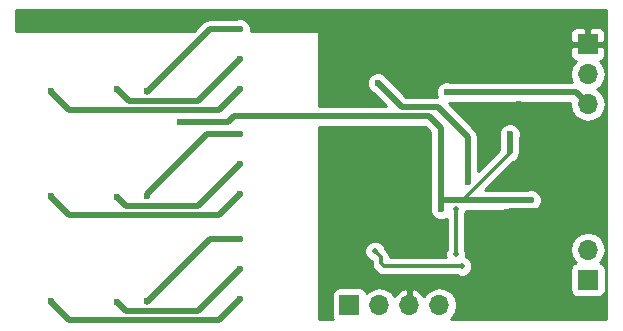
<source format=gbl>
G04 #@! TF.FileFunction,Copper,L2,Bot,Signal*
%FSLAX46Y46*%
G04 Gerber Fmt 4.6, Leading zero omitted, Abs format (unit mm)*
G04 Created by KiCad (PCBNEW 4.0.6) date 07/31/17 21:00:10*
%MOMM*%
%LPD*%
G01*
G04 APERTURE LIST*
%ADD10C,0.100000*%
%ADD11R,1.700000X1.700000*%
%ADD12O,1.700000X1.700000*%
%ADD13C,0.600000*%
%ADD14C,0.500000*%
%ADD15C,0.500000*%
%ADD16C,0.250000*%
%ADD17C,0.300000*%
%ADD18C,0.254000*%
G04 APERTURE END LIST*
D10*
D11*
X148717000Y-113538000D03*
D12*
X151257000Y-113538000D03*
X153797000Y-113538000D03*
X156337000Y-113538000D03*
D11*
X168910000Y-91440000D03*
D12*
X168910000Y-93980000D03*
X168910000Y-96520000D03*
D11*
X168910000Y-111379000D03*
D12*
X168910000Y-108839000D03*
D13*
X156972000Y-95504000D03*
X153569250Y-106325250D03*
X152281750Y-106325250D03*
X150994250Y-106325250D03*
X149706750Y-106325250D03*
X153569250Y-105037750D03*
X152281750Y-105037750D03*
X150994250Y-105037750D03*
X149706750Y-105037750D03*
X153569250Y-103750250D03*
X152281750Y-103750250D03*
X150994250Y-103750250D03*
X149706750Y-103750250D03*
X153569250Y-102462750D03*
X152281750Y-102462750D03*
X150994250Y-102462750D03*
X149706750Y-102462750D03*
X121666000Y-88900000D03*
X122682000Y-88900000D03*
X122682000Y-89916000D03*
X123698000Y-89916000D03*
X123698000Y-88900000D03*
X152400000Y-108966000D03*
X161798000Y-109474000D03*
X163068000Y-91694000D03*
X150876000Y-96520000D03*
X162052000Y-105664000D03*
X167640000Y-105410000D03*
X163068000Y-96520000D03*
X160020000Y-98552000D03*
X136906000Y-98044000D03*
X135636000Y-98044000D03*
X134366000Y-98044000D03*
X164084000Y-104648000D03*
X162306000Y-99060000D03*
X158242000Y-104648000D03*
X156464000Y-105410000D03*
X139446000Y-110490000D03*
X129032000Y-113284000D03*
X139446000Y-101600000D03*
X129032000Y-104394000D03*
X139446000Y-92710000D03*
X129032000Y-95250000D03*
X158750000Y-103144000D03*
X151130000Y-94742000D03*
D14*
X157734000Y-109220000D03*
X157734000Y-105410000D03*
D13*
X131572000Y-113157000D03*
X139446000Y-107950000D03*
X123444000Y-113157000D03*
X139446000Y-113030000D03*
X131572000Y-104267000D03*
X139446000Y-99060000D03*
X123444000Y-104267000D03*
X139446000Y-104140000D03*
X131572000Y-95377000D03*
X139446000Y-90170000D03*
X123444000Y-95377000D03*
X139446000Y-95250000D03*
D14*
X150876000Y-108966000D03*
X158242000Y-110236000D03*
D15*
X168910000Y-96520000D02*
X167894000Y-95504000D01*
X167894000Y-95504000D02*
X156972000Y-95504000D01*
D16*
X153569250Y-106325250D02*
X153543000Y-106299000D01*
X152273000Y-106299000D02*
X152273000Y-106316500D01*
X152273000Y-106316500D02*
X152281750Y-106325250D01*
X151003000Y-106299000D02*
X151003000Y-106316500D01*
X151003000Y-106316500D02*
X150994250Y-106325250D01*
X149706750Y-106325250D02*
X149733000Y-106299000D01*
X153543000Y-105029000D02*
X153560500Y-105029000D01*
X153560500Y-105029000D02*
X153569250Y-105037750D01*
X152281750Y-105037750D02*
X152273000Y-105029000D01*
X150994250Y-105037750D02*
X151003000Y-105029000D01*
X149733000Y-105029000D02*
X149715500Y-105029000D01*
X149715500Y-105029000D02*
X149706750Y-105037750D01*
X153543000Y-103759000D02*
X153560500Y-103759000D01*
X153560500Y-103759000D02*
X153569250Y-103750250D01*
X152281750Y-103750250D02*
X152273000Y-103759000D01*
X150994250Y-103750250D02*
X151003000Y-103759000D01*
X149733000Y-103759000D02*
X149715500Y-103759000D01*
X149715500Y-103759000D02*
X149706750Y-103750250D01*
X152273000Y-102489000D02*
X152273000Y-102471500D01*
X152273000Y-102471500D02*
X152281750Y-102462750D01*
X151003000Y-102489000D02*
X151003000Y-102471500D01*
X151003000Y-102471500D02*
X150994250Y-102462750D01*
X149706750Y-102462750D02*
X149733000Y-102489000D01*
D15*
X150114000Y-88900000D02*
X123698000Y-88900000D01*
X122682000Y-88900000D02*
X121666000Y-88900000D01*
X123698000Y-89916000D02*
X122682000Y-89916000D01*
X150114000Y-88900000D02*
X162814000Y-88900000D01*
X162814000Y-88900000D02*
X163068000Y-89154000D01*
X163068000Y-91694000D02*
X163068000Y-89154000D01*
X150876000Y-96520000D02*
X150114000Y-95758000D01*
X150114000Y-95758000D02*
X150114000Y-88900000D01*
D16*
X163068000Y-96520000D02*
X166116000Y-96520000D01*
X166878000Y-97282000D02*
X166878000Y-102616000D01*
X166116000Y-96520000D02*
X166878000Y-97282000D01*
X162306000Y-105410000D02*
X167640000Y-105410000D01*
X162052000Y-105664000D02*
X162306000Y-105410000D01*
X167640000Y-105410000D02*
X167640000Y-103378000D01*
X167640000Y-103378000D02*
X166878000Y-102616000D01*
X162052000Y-96520000D02*
X163068000Y-96520000D01*
X160020000Y-98552000D02*
X161798000Y-96774000D01*
X161798000Y-96774000D02*
X162052000Y-96520000D01*
D15*
X134366000Y-98044000D02*
X135636000Y-98044000D01*
X164084000Y-104648000D02*
X158242000Y-104648000D01*
X162306000Y-99060000D02*
X162306000Y-100584000D01*
D16*
X162306000Y-100584000D02*
X158242000Y-104648000D01*
D15*
X156464000Y-104648000D02*
X158242000Y-104648000D01*
X156464000Y-105410000D02*
X156464000Y-104648000D01*
X156464000Y-104648000D02*
X156464000Y-98552000D01*
X156464000Y-98552000D02*
X155448000Y-97536000D01*
X155448000Y-97536000D02*
X138938000Y-97536000D01*
X138938000Y-97536000D02*
X138430000Y-98044000D01*
X138430000Y-98044000D02*
X136906000Y-98044000D01*
X136906000Y-98044000D02*
X135128000Y-98044000D01*
X139446000Y-110490000D02*
X135890000Y-114046000D01*
X135890000Y-114046000D02*
X129794000Y-114046000D01*
X129794000Y-114046000D02*
X129032000Y-113284000D01*
X139446000Y-101600000D02*
X135890000Y-105156000D01*
X135890000Y-105156000D02*
X129794000Y-105156000D01*
X129794000Y-105156000D02*
X129032000Y-104394000D01*
X139446000Y-92710000D02*
X135890000Y-96266000D01*
X135890000Y-96266000D02*
X130048000Y-96266000D01*
X130048000Y-96266000D02*
X129032000Y-95250000D01*
X158750000Y-103124000D02*
X158750000Y-103144000D01*
X158750000Y-103124000D02*
X158750000Y-99314000D01*
X158750000Y-99314000D02*
X156210000Y-96774000D01*
X156210000Y-96774000D02*
X153162000Y-96774000D01*
X153162000Y-96774000D02*
X151130000Y-94742000D01*
D17*
X157734000Y-105410000D02*
X157734000Y-109220000D01*
D15*
X131572000Y-113284000D02*
X131572000Y-113157000D01*
X131572000Y-113284000D02*
X136906000Y-107950000D01*
X136906000Y-107950000D02*
X139446000Y-107950000D01*
X123444000Y-113284000D02*
X123444000Y-113157000D01*
X123444000Y-113284000D02*
X124968000Y-114808000D01*
X124968000Y-114808000D02*
X137668000Y-114808000D01*
X137668000Y-114808000D02*
X139446000Y-113030000D01*
X131572000Y-104140000D02*
X131572000Y-104267000D01*
X131572000Y-104140000D02*
X136652000Y-99060000D01*
X136652000Y-99060000D02*
X139446000Y-99060000D01*
X123444000Y-104394000D02*
X123444000Y-104267000D01*
X123444000Y-104394000D02*
X124968000Y-105918000D01*
X124968000Y-105918000D02*
X137668000Y-105918000D01*
X137668000Y-105918000D02*
X139446000Y-104140000D01*
X131572000Y-95504000D02*
X131572000Y-95377000D01*
X131572000Y-95504000D02*
X136906000Y-90170000D01*
X136906000Y-90170000D02*
X139446000Y-90170000D01*
X123444000Y-95504000D02*
X123444000Y-95377000D01*
X123444000Y-95504000D02*
X124968000Y-97028000D01*
X124968000Y-97028000D02*
X137668000Y-97028000D01*
X137668000Y-97028000D02*
X139446000Y-95250000D01*
D17*
X150876000Y-108966000D02*
X151384000Y-109474000D01*
X151384000Y-109474000D02*
X151384000Y-109982000D01*
X151384000Y-109982000D02*
X151638000Y-110236000D01*
X151638000Y-110236000D02*
X158242000Y-110236000D01*
D18*
G36*
X170486000Y-114681000D02*
X157291491Y-114681000D01*
X157387054Y-114617147D01*
X157708961Y-114135378D01*
X157822000Y-113567093D01*
X157822000Y-113508907D01*
X157708961Y-112940622D01*
X157387054Y-112458853D01*
X156905285Y-112136946D01*
X156337000Y-112023907D01*
X155768715Y-112136946D01*
X155286946Y-112458853D01*
X155059298Y-112799553D01*
X154992183Y-112656642D01*
X154563924Y-112266355D01*
X154153890Y-112096524D01*
X153924000Y-112217845D01*
X153924000Y-113411000D01*
X153944000Y-113411000D01*
X153944000Y-113665000D01*
X153924000Y-113665000D01*
X153924000Y-113685000D01*
X153670000Y-113685000D01*
X153670000Y-113665000D01*
X153650000Y-113665000D01*
X153650000Y-113411000D01*
X153670000Y-113411000D01*
X153670000Y-112217845D01*
X153440110Y-112096524D01*
X153030076Y-112266355D01*
X152601817Y-112656642D01*
X152534702Y-112799553D01*
X152307054Y-112458853D01*
X151825285Y-112136946D01*
X151257000Y-112023907D01*
X150688715Y-112136946D01*
X150206946Y-112458853D01*
X150179150Y-112500452D01*
X150170162Y-112452683D01*
X150031090Y-112236559D01*
X149818890Y-112091569D01*
X149567000Y-112040560D01*
X147867000Y-112040560D01*
X147631683Y-112084838D01*
X147415559Y-112223910D01*
X147270569Y-112436110D01*
X147219560Y-112688000D01*
X147219560Y-114388000D01*
X147263838Y-114623317D01*
X147300956Y-114681000D01*
X146177000Y-114681000D01*
X146177000Y-98421000D01*
X155081420Y-98421000D01*
X155579000Y-98918579D01*
X155579000Y-105103178D01*
X155529162Y-105223201D01*
X155528838Y-105595167D01*
X155670883Y-105938943D01*
X155933673Y-106202192D01*
X156277201Y-106344838D01*
X156649167Y-106345162D01*
X156949000Y-106221274D01*
X156949000Y-108802734D01*
X156849154Y-109043190D01*
X156848847Y-109395265D01*
X156871876Y-109451000D01*
X152164425Y-109451000D01*
X152109245Y-109173594D01*
X151939079Y-108918921D01*
X151939076Y-108918919D01*
X151726130Y-108705972D01*
X151626704Y-108465343D01*
X151377967Y-108216171D01*
X151052810Y-108081154D01*
X150700735Y-108080847D01*
X150375343Y-108215296D01*
X150126171Y-108464033D01*
X149991154Y-108789190D01*
X149990847Y-109141265D01*
X150125296Y-109466657D01*
X150374033Y-109715829D01*
X150599000Y-109809243D01*
X150599000Y-109982000D01*
X150658755Y-110282407D01*
X150828921Y-110537079D01*
X151082921Y-110791079D01*
X151337593Y-110961245D01*
X151638000Y-111021000D01*
X157824734Y-111021000D01*
X158065190Y-111120846D01*
X158417265Y-111121153D01*
X158742657Y-110986704D01*
X158991829Y-110737967D01*
X159126846Y-110412810D01*
X159127153Y-110060735D01*
X158992704Y-109735343D01*
X158743967Y-109486171D01*
X158605598Y-109428715D01*
X158618846Y-109396810D01*
X158619153Y-109044735D01*
X158534146Y-108839000D01*
X167395907Y-108839000D01*
X167508946Y-109407285D01*
X167830853Y-109889054D01*
X167872452Y-109916850D01*
X167824683Y-109925838D01*
X167608559Y-110064910D01*
X167463569Y-110277110D01*
X167412560Y-110529000D01*
X167412560Y-112229000D01*
X167456838Y-112464317D01*
X167595910Y-112680441D01*
X167808110Y-112825431D01*
X168060000Y-112876440D01*
X169760000Y-112876440D01*
X169995317Y-112832162D01*
X170211441Y-112693090D01*
X170356431Y-112480890D01*
X170407440Y-112229000D01*
X170407440Y-110529000D01*
X170363162Y-110293683D01*
X170224090Y-110077559D01*
X170011890Y-109932569D01*
X169944459Y-109918914D01*
X169989147Y-109889054D01*
X170311054Y-109407285D01*
X170424093Y-108839000D01*
X170311054Y-108270715D01*
X169989147Y-107788946D01*
X169507378Y-107467039D01*
X168939093Y-107354000D01*
X168880907Y-107354000D01*
X168312622Y-107467039D01*
X167830853Y-107788946D01*
X167508946Y-108270715D01*
X167395907Y-108839000D01*
X158534146Y-108839000D01*
X158519000Y-108802346D01*
X158519000Y-105827266D01*
X158618846Y-105586810D01*
X158618893Y-105533000D01*
X163777178Y-105533000D01*
X163897201Y-105582838D01*
X164269167Y-105583162D01*
X164612943Y-105441117D01*
X164876192Y-105178327D01*
X165018838Y-104834799D01*
X165019162Y-104462833D01*
X164877117Y-104119057D01*
X164614327Y-103855808D01*
X164270799Y-103713162D01*
X163898833Y-103712838D01*
X163777431Y-103763000D01*
X160201802Y-103763000D01*
X162542931Y-101421871D01*
X162644675Y-101401633D01*
X162931790Y-101209790D01*
X163123633Y-100922675D01*
X163191000Y-100584000D01*
X163191000Y-99366822D01*
X163240838Y-99246799D01*
X163241162Y-98874833D01*
X163099117Y-98531057D01*
X162836327Y-98267808D01*
X162492799Y-98125162D01*
X162120833Y-98124838D01*
X161777057Y-98266883D01*
X161513808Y-98529673D01*
X161371162Y-98873201D01*
X161370838Y-99245167D01*
X161421000Y-99366569D01*
X161421000Y-100394198D01*
X159635000Y-102180198D01*
X159635000Y-99314000D01*
X159567633Y-98975325D01*
X159375790Y-98688210D01*
X159375787Y-98688208D01*
X157126715Y-96439135D01*
X157157167Y-96439162D01*
X157278569Y-96389000D01*
X167421965Y-96389000D01*
X167395907Y-96520000D01*
X167508946Y-97088285D01*
X167830853Y-97570054D01*
X168312622Y-97891961D01*
X168880907Y-98005000D01*
X168939093Y-98005000D01*
X169507378Y-97891961D01*
X169989147Y-97570054D01*
X170311054Y-97088285D01*
X170424093Y-96520000D01*
X170311054Y-95951715D01*
X169989147Y-95469946D01*
X169659974Y-95250000D01*
X169989147Y-95030054D01*
X170311054Y-94548285D01*
X170424093Y-93980000D01*
X170311054Y-93411715D01*
X169989147Y-92929946D01*
X169945223Y-92900597D01*
X170119698Y-92828327D01*
X170298327Y-92649699D01*
X170395000Y-92416310D01*
X170395000Y-91725750D01*
X170236250Y-91567000D01*
X169037000Y-91567000D01*
X169037000Y-91587000D01*
X168783000Y-91587000D01*
X168783000Y-91567000D01*
X167583750Y-91567000D01*
X167425000Y-91725750D01*
X167425000Y-92416310D01*
X167521673Y-92649699D01*
X167700302Y-92828327D01*
X167874777Y-92900597D01*
X167830853Y-92929946D01*
X167508946Y-93411715D01*
X167395907Y-93980000D01*
X167508946Y-94548285D01*
X167556196Y-94619000D01*
X157278822Y-94619000D01*
X157158799Y-94569162D01*
X156786833Y-94568838D01*
X156443057Y-94710883D01*
X156179808Y-94973673D01*
X156037162Y-95317201D01*
X156036838Y-95689167D01*
X156119407Y-95889000D01*
X153528579Y-95889000D01*
X151972744Y-94333164D01*
X151923117Y-94213057D01*
X151660327Y-93949808D01*
X151316799Y-93807162D01*
X150944833Y-93806838D01*
X150601057Y-93948883D01*
X150337808Y-94211673D01*
X150195162Y-94555201D01*
X150194838Y-94927167D01*
X150336883Y-95270943D01*
X150599673Y-95534192D01*
X150720986Y-95584566D01*
X151787421Y-96651000D01*
X146177000Y-96651000D01*
X146177000Y-90463690D01*
X167425000Y-90463690D01*
X167425000Y-91154250D01*
X167583750Y-91313000D01*
X168783000Y-91313000D01*
X168783000Y-90113750D01*
X169037000Y-90113750D01*
X169037000Y-91313000D01*
X170236250Y-91313000D01*
X170395000Y-91154250D01*
X170395000Y-90463690D01*
X170298327Y-90230301D01*
X170119698Y-90051673D01*
X169886309Y-89955000D01*
X169195750Y-89955000D01*
X169037000Y-90113750D01*
X168783000Y-90113750D01*
X168624250Y-89955000D01*
X167933691Y-89955000D01*
X167700302Y-90051673D01*
X167521673Y-90230301D01*
X167425000Y-90463690D01*
X146177000Y-90463690D01*
X146177000Y-90424000D01*
X146166994Y-90374590D01*
X146138553Y-90332965D01*
X146096159Y-90305685D01*
X146050000Y-90297000D01*
X140380890Y-90297000D01*
X140381162Y-89984833D01*
X140239117Y-89641057D01*
X139976327Y-89377808D01*
X139632799Y-89235162D01*
X139260833Y-89234838D01*
X139139431Y-89285000D01*
X136906005Y-89285000D01*
X136906000Y-89284999D01*
X136567325Y-89352367D01*
X136280210Y-89544210D01*
X136280208Y-89544213D01*
X135527421Y-90297000D01*
X120523000Y-90297000D01*
X120523000Y-88519000D01*
X170486000Y-88519000D01*
X170486000Y-114681000D01*
X170486000Y-114681000D01*
G37*
X170486000Y-114681000D02*
X157291491Y-114681000D01*
X157387054Y-114617147D01*
X157708961Y-114135378D01*
X157822000Y-113567093D01*
X157822000Y-113508907D01*
X157708961Y-112940622D01*
X157387054Y-112458853D01*
X156905285Y-112136946D01*
X156337000Y-112023907D01*
X155768715Y-112136946D01*
X155286946Y-112458853D01*
X155059298Y-112799553D01*
X154992183Y-112656642D01*
X154563924Y-112266355D01*
X154153890Y-112096524D01*
X153924000Y-112217845D01*
X153924000Y-113411000D01*
X153944000Y-113411000D01*
X153944000Y-113665000D01*
X153924000Y-113665000D01*
X153924000Y-113685000D01*
X153670000Y-113685000D01*
X153670000Y-113665000D01*
X153650000Y-113665000D01*
X153650000Y-113411000D01*
X153670000Y-113411000D01*
X153670000Y-112217845D01*
X153440110Y-112096524D01*
X153030076Y-112266355D01*
X152601817Y-112656642D01*
X152534702Y-112799553D01*
X152307054Y-112458853D01*
X151825285Y-112136946D01*
X151257000Y-112023907D01*
X150688715Y-112136946D01*
X150206946Y-112458853D01*
X150179150Y-112500452D01*
X150170162Y-112452683D01*
X150031090Y-112236559D01*
X149818890Y-112091569D01*
X149567000Y-112040560D01*
X147867000Y-112040560D01*
X147631683Y-112084838D01*
X147415559Y-112223910D01*
X147270569Y-112436110D01*
X147219560Y-112688000D01*
X147219560Y-114388000D01*
X147263838Y-114623317D01*
X147300956Y-114681000D01*
X146177000Y-114681000D01*
X146177000Y-98421000D01*
X155081420Y-98421000D01*
X155579000Y-98918579D01*
X155579000Y-105103178D01*
X155529162Y-105223201D01*
X155528838Y-105595167D01*
X155670883Y-105938943D01*
X155933673Y-106202192D01*
X156277201Y-106344838D01*
X156649167Y-106345162D01*
X156949000Y-106221274D01*
X156949000Y-108802734D01*
X156849154Y-109043190D01*
X156848847Y-109395265D01*
X156871876Y-109451000D01*
X152164425Y-109451000D01*
X152109245Y-109173594D01*
X151939079Y-108918921D01*
X151939076Y-108918919D01*
X151726130Y-108705972D01*
X151626704Y-108465343D01*
X151377967Y-108216171D01*
X151052810Y-108081154D01*
X150700735Y-108080847D01*
X150375343Y-108215296D01*
X150126171Y-108464033D01*
X149991154Y-108789190D01*
X149990847Y-109141265D01*
X150125296Y-109466657D01*
X150374033Y-109715829D01*
X150599000Y-109809243D01*
X150599000Y-109982000D01*
X150658755Y-110282407D01*
X150828921Y-110537079D01*
X151082921Y-110791079D01*
X151337593Y-110961245D01*
X151638000Y-111021000D01*
X157824734Y-111021000D01*
X158065190Y-111120846D01*
X158417265Y-111121153D01*
X158742657Y-110986704D01*
X158991829Y-110737967D01*
X159126846Y-110412810D01*
X159127153Y-110060735D01*
X158992704Y-109735343D01*
X158743967Y-109486171D01*
X158605598Y-109428715D01*
X158618846Y-109396810D01*
X158619153Y-109044735D01*
X158534146Y-108839000D01*
X167395907Y-108839000D01*
X167508946Y-109407285D01*
X167830853Y-109889054D01*
X167872452Y-109916850D01*
X167824683Y-109925838D01*
X167608559Y-110064910D01*
X167463569Y-110277110D01*
X167412560Y-110529000D01*
X167412560Y-112229000D01*
X167456838Y-112464317D01*
X167595910Y-112680441D01*
X167808110Y-112825431D01*
X168060000Y-112876440D01*
X169760000Y-112876440D01*
X169995317Y-112832162D01*
X170211441Y-112693090D01*
X170356431Y-112480890D01*
X170407440Y-112229000D01*
X170407440Y-110529000D01*
X170363162Y-110293683D01*
X170224090Y-110077559D01*
X170011890Y-109932569D01*
X169944459Y-109918914D01*
X169989147Y-109889054D01*
X170311054Y-109407285D01*
X170424093Y-108839000D01*
X170311054Y-108270715D01*
X169989147Y-107788946D01*
X169507378Y-107467039D01*
X168939093Y-107354000D01*
X168880907Y-107354000D01*
X168312622Y-107467039D01*
X167830853Y-107788946D01*
X167508946Y-108270715D01*
X167395907Y-108839000D01*
X158534146Y-108839000D01*
X158519000Y-108802346D01*
X158519000Y-105827266D01*
X158618846Y-105586810D01*
X158618893Y-105533000D01*
X163777178Y-105533000D01*
X163897201Y-105582838D01*
X164269167Y-105583162D01*
X164612943Y-105441117D01*
X164876192Y-105178327D01*
X165018838Y-104834799D01*
X165019162Y-104462833D01*
X164877117Y-104119057D01*
X164614327Y-103855808D01*
X164270799Y-103713162D01*
X163898833Y-103712838D01*
X163777431Y-103763000D01*
X160201802Y-103763000D01*
X162542931Y-101421871D01*
X162644675Y-101401633D01*
X162931790Y-101209790D01*
X163123633Y-100922675D01*
X163191000Y-100584000D01*
X163191000Y-99366822D01*
X163240838Y-99246799D01*
X163241162Y-98874833D01*
X163099117Y-98531057D01*
X162836327Y-98267808D01*
X162492799Y-98125162D01*
X162120833Y-98124838D01*
X161777057Y-98266883D01*
X161513808Y-98529673D01*
X161371162Y-98873201D01*
X161370838Y-99245167D01*
X161421000Y-99366569D01*
X161421000Y-100394198D01*
X159635000Y-102180198D01*
X159635000Y-99314000D01*
X159567633Y-98975325D01*
X159375790Y-98688210D01*
X159375787Y-98688208D01*
X157126715Y-96439135D01*
X157157167Y-96439162D01*
X157278569Y-96389000D01*
X167421965Y-96389000D01*
X167395907Y-96520000D01*
X167508946Y-97088285D01*
X167830853Y-97570054D01*
X168312622Y-97891961D01*
X168880907Y-98005000D01*
X168939093Y-98005000D01*
X169507378Y-97891961D01*
X169989147Y-97570054D01*
X170311054Y-97088285D01*
X170424093Y-96520000D01*
X170311054Y-95951715D01*
X169989147Y-95469946D01*
X169659974Y-95250000D01*
X169989147Y-95030054D01*
X170311054Y-94548285D01*
X170424093Y-93980000D01*
X170311054Y-93411715D01*
X169989147Y-92929946D01*
X169945223Y-92900597D01*
X170119698Y-92828327D01*
X170298327Y-92649699D01*
X170395000Y-92416310D01*
X170395000Y-91725750D01*
X170236250Y-91567000D01*
X169037000Y-91567000D01*
X169037000Y-91587000D01*
X168783000Y-91587000D01*
X168783000Y-91567000D01*
X167583750Y-91567000D01*
X167425000Y-91725750D01*
X167425000Y-92416310D01*
X167521673Y-92649699D01*
X167700302Y-92828327D01*
X167874777Y-92900597D01*
X167830853Y-92929946D01*
X167508946Y-93411715D01*
X167395907Y-93980000D01*
X167508946Y-94548285D01*
X167556196Y-94619000D01*
X157278822Y-94619000D01*
X157158799Y-94569162D01*
X156786833Y-94568838D01*
X156443057Y-94710883D01*
X156179808Y-94973673D01*
X156037162Y-95317201D01*
X156036838Y-95689167D01*
X156119407Y-95889000D01*
X153528579Y-95889000D01*
X151972744Y-94333164D01*
X151923117Y-94213057D01*
X151660327Y-93949808D01*
X151316799Y-93807162D01*
X150944833Y-93806838D01*
X150601057Y-93948883D01*
X150337808Y-94211673D01*
X150195162Y-94555201D01*
X150194838Y-94927167D01*
X150336883Y-95270943D01*
X150599673Y-95534192D01*
X150720986Y-95584566D01*
X151787421Y-96651000D01*
X146177000Y-96651000D01*
X146177000Y-90463690D01*
X167425000Y-90463690D01*
X167425000Y-91154250D01*
X167583750Y-91313000D01*
X168783000Y-91313000D01*
X168783000Y-90113750D01*
X169037000Y-90113750D01*
X169037000Y-91313000D01*
X170236250Y-91313000D01*
X170395000Y-91154250D01*
X170395000Y-90463690D01*
X170298327Y-90230301D01*
X170119698Y-90051673D01*
X169886309Y-89955000D01*
X169195750Y-89955000D01*
X169037000Y-90113750D01*
X168783000Y-90113750D01*
X168624250Y-89955000D01*
X167933691Y-89955000D01*
X167700302Y-90051673D01*
X167521673Y-90230301D01*
X167425000Y-90463690D01*
X146177000Y-90463690D01*
X146177000Y-90424000D01*
X146166994Y-90374590D01*
X146138553Y-90332965D01*
X146096159Y-90305685D01*
X146050000Y-90297000D01*
X140380890Y-90297000D01*
X140381162Y-89984833D01*
X140239117Y-89641057D01*
X139976327Y-89377808D01*
X139632799Y-89235162D01*
X139260833Y-89234838D01*
X139139431Y-89285000D01*
X136906005Y-89285000D01*
X136906000Y-89284999D01*
X136567325Y-89352367D01*
X136280210Y-89544210D01*
X136280208Y-89544213D01*
X135527421Y-90297000D01*
X120523000Y-90297000D01*
X120523000Y-88519000D01*
X170486000Y-88519000D01*
X170486000Y-114681000D01*
M02*

</source>
